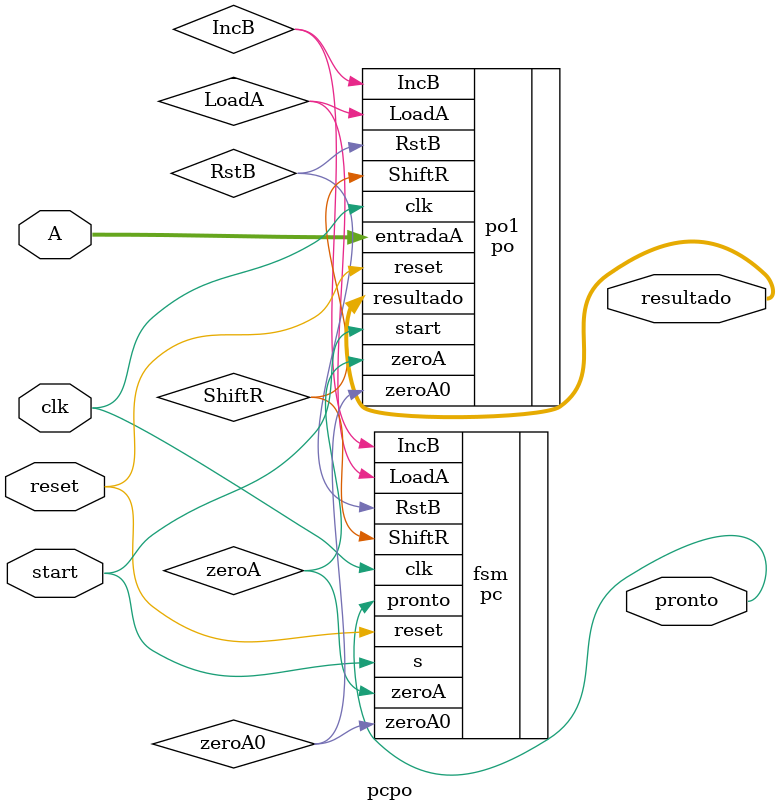
<source format=v>

module pcpo(
input [15:0] A,
input clk, reset, start,
output [4:0] resultado,
output pronto
);

wire zeroA, zeroA0, IncB, LoadA, ShiftR, RstB;

pc fsm ( .zeroA(zeroA),
			.zeroA0(zeroA0),
			.clk(clk),
			.reset(reset),
			.s(start),
			.IncB(IncB),
			.LoadA(LoadA),
			.ShiftR(ShiftR),
			.RstB(RstB),
			.pronto(pronto)
);

po po1(	.entradaA(A),
			.clk(clk),
			.reset(reset),
			.start(start),
			.IncB(IncB),
			.RstB(RstB),
			.LoadA(LoadA),
			.ShiftR(ShiftR),
			.zeroA(zeroA),
			.zeroA0(zeroA0),
			.resultado(resultado)
);



endmodule
</source>
